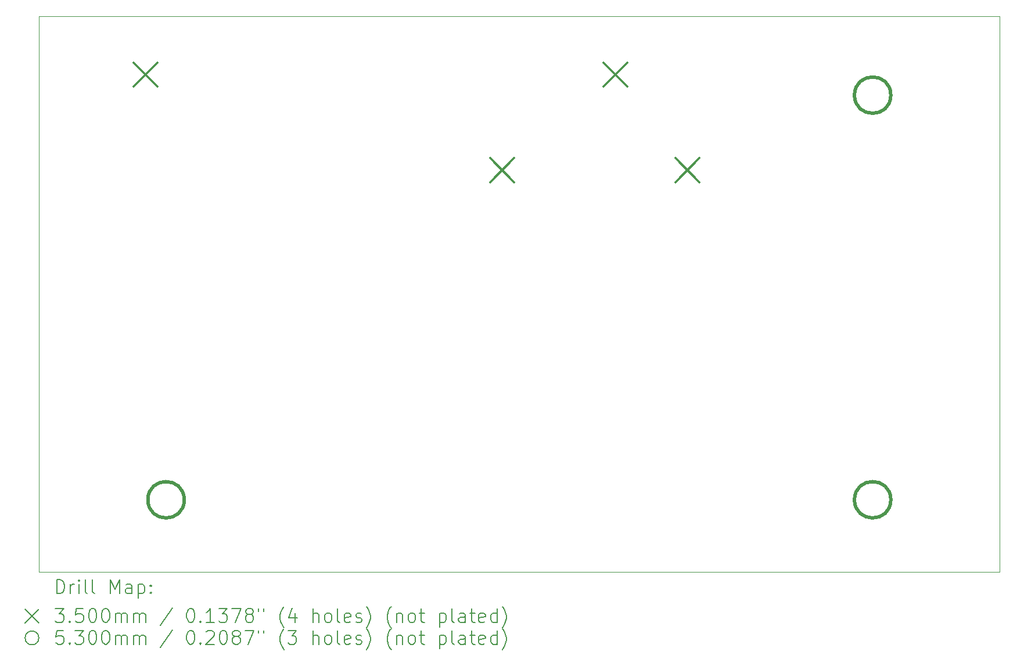
<source format=gbr>
%TF.GenerationSoftware,KiCad,Pcbnew,7.0.8-7.0.8~ubuntu22.04.1*%
%TF.CreationDate,2024-01-26T16:09:18+01:00*%
%TF.ProjectId,torso,746f7273-6f2e-46b6-9963-61645f706362,1.1*%
%TF.SameCoordinates,Original*%
%TF.FileFunction,Drillmap*%
%TF.FilePolarity,Positive*%
%FSLAX45Y45*%
G04 Gerber Fmt 4.5, Leading zero omitted, Abs format (unit mm)*
G04 Created by KiCad (PCBNEW 7.0.8-7.0.8~ubuntu22.04.1) date 2024-01-26 16:09:18*
%MOMM*%
%LPD*%
G01*
G04 APERTURE LIST*
%ADD10C,0.100000*%
%ADD11C,0.200000*%
%ADD12C,0.350000*%
%ADD13C,0.530000*%
G04 APERTURE END LIST*
D10*
X3000000Y-2000000D02*
X17000000Y-2000000D01*
X17000000Y-10100000D01*
X3000000Y-10100000D01*
X3000000Y-2000000D01*
D11*
D12*
X4375000Y-2675000D02*
X4725000Y-3025000D01*
X4725000Y-2675000D02*
X4375000Y-3025000D01*
X9575000Y-4068000D02*
X9925000Y-4418000D01*
X9925000Y-4068000D02*
X9575000Y-4418000D01*
X11225000Y-2675000D02*
X11575000Y-3025000D01*
X11575000Y-2675000D02*
X11225000Y-3025000D01*
X12275000Y-4068000D02*
X12625000Y-4418000D01*
X12625000Y-4068000D02*
X12275000Y-4418000D01*
D13*
X5115000Y-9050000D02*
G75*
G03*
X5115000Y-9050000I-265000J0D01*
G01*
X15415000Y-3150000D02*
G75*
G03*
X15415000Y-3150000I-265000J0D01*
G01*
X15415000Y-9050000D02*
G75*
G03*
X15415000Y-9050000I-265000J0D01*
G01*
D11*
X3255777Y-10416484D02*
X3255777Y-10216484D01*
X3255777Y-10216484D02*
X3303396Y-10216484D01*
X3303396Y-10216484D02*
X3331967Y-10226008D01*
X3331967Y-10226008D02*
X3351015Y-10245055D01*
X3351015Y-10245055D02*
X3360539Y-10264103D01*
X3360539Y-10264103D02*
X3370062Y-10302198D01*
X3370062Y-10302198D02*
X3370062Y-10330770D01*
X3370062Y-10330770D02*
X3360539Y-10368865D01*
X3360539Y-10368865D02*
X3351015Y-10387912D01*
X3351015Y-10387912D02*
X3331967Y-10406960D01*
X3331967Y-10406960D02*
X3303396Y-10416484D01*
X3303396Y-10416484D02*
X3255777Y-10416484D01*
X3455777Y-10416484D02*
X3455777Y-10283150D01*
X3455777Y-10321246D02*
X3465301Y-10302198D01*
X3465301Y-10302198D02*
X3474824Y-10292674D01*
X3474824Y-10292674D02*
X3493872Y-10283150D01*
X3493872Y-10283150D02*
X3512920Y-10283150D01*
X3579586Y-10416484D02*
X3579586Y-10283150D01*
X3579586Y-10216484D02*
X3570062Y-10226008D01*
X3570062Y-10226008D02*
X3579586Y-10235531D01*
X3579586Y-10235531D02*
X3589110Y-10226008D01*
X3589110Y-10226008D02*
X3579586Y-10216484D01*
X3579586Y-10216484D02*
X3579586Y-10235531D01*
X3703396Y-10416484D02*
X3684348Y-10406960D01*
X3684348Y-10406960D02*
X3674824Y-10387912D01*
X3674824Y-10387912D02*
X3674824Y-10216484D01*
X3808158Y-10416484D02*
X3789110Y-10406960D01*
X3789110Y-10406960D02*
X3779586Y-10387912D01*
X3779586Y-10387912D02*
X3779586Y-10216484D01*
X4036729Y-10416484D02*
X4036729Y-10216484D01*
X4036729Y-10216484D02*
X4103396Y-10359341D01*
X4103396Y-10359341D02*
X4170062Y-10216484D01*
X4170062Y-10216484D02*
X4170062Y-10416484D01*
X4351015Y-10416484D02*
X4351015Y-10311722D01*
X4351015Y-10311722D02*
X4341491Y-10292674D01*
X4341491Y-10292674D02*
X4322444Y-10283150D01*
X4322444Y-10283150D02*
X4284348Y-10283150D01*
X4284348Y-10283150D02*
X4265301Y-10292674D01*
X4351015Y-10406960D02*
X4331967Y-10416484D01*
X4331967Y-10416484D02*
X4284348Y-10416484D01*
X4284348Y-10416484D02*
X4265301Y-10406960D01*
X4265301Y-10406960D02*
X4255777Y-10387912D01*
X4255777Y-10387912D02*
X4255777Y-10368865D01*
X4255777Y-10368865D02*
X4265301Y-10349817D01*
X4265301Y-10349817D02*
X4284348Y-10340293D01*
X4284348Y-10340293D02*
X4331967Y-10340293D01*
X4331967Y-10340293D02*
X4351015Y-10330770D01*
X4446253Y-10283150D02*
X4446253Y-10483150D01*
X4446253Y-10292674D02*
X4465301Y-10283150D01*
X4465301Y-10283150D02*
X4503396Y-10283150D01*
X4503396Y-10283150D02*
X4522444Y-10292674D01*
X4522444Y-10292674D02*
X4531967Y-10302198D01*
X4531967Y-10302198D02*
X4541491Y-10321246D01*
X4541491Y-10321246D02*
X4541491Y-10378389D01*
X4541491Y-10378389D02*
X4531967Y-10397436D01*
X4531967Y-10397436D02*
X4522444Y-10406960D01*
X4522444Y-10406960D02*
X4503396Y-10416484D01*
X4503396Y-10416484D02*
X4465301Y-10416484D01*
X4465301Y-10416484D02*
X4446253Y-10406960D01*
X4627205Y-10397436D02*
X4636729Y-10406960D01*
X4636729Y-10406960D02*
X4627205Y-10416484D01*
X4627205Y-10416484D02*
X4617682Y-10406960D01*
X4617682Y-10406960D02*
X4627205Y-10397436D01*
X4627205Y-10397436D02*
X4627205Y-10416484D01*
X4627205Y-10292674D02*
X4636729Y-10302198D01*
X4636729Y-10302198D02*
X4627205Y-10311722D01*
X4627205Y-10311722D02*
X4617682Y-10302198D01*
X4617682Y-10302198D02*
X4627205Y-10292674D01*
X4627205Y-10292674D02*
X4627205Y-10311722D01*
X2795000Y-10645000D02*
X2995000Y-10845000D01*
X2995000Y-10645000D02*
X2795000Y-10845000D01*
X3236729Y-10636484D02*
X3360539Y-10636484D01*
X3360539Y-10636484D02*
X3293872Y-10712674D01*
X3293872Y-10712674D02*
X3322443Y-10712674D01*
X3322443Y-10712674D02*
X3341491Y-10722198D01*
X3341491Y-10722198D02*
X3351015Y-10731722D01*
X3351015Y-10731722D02*
X3360539Y-10750770D01*
X3360539Y-10750770D02*
X3360539Y-10798389D01*
X3360539Y-10798389D02*
X3351015Y-10817436D01*
X3351015Y-10817436D02*
X3341491Y-10826960D01*
X3341491Y-10826960D02*
X3322443Y-10836484D01*
X3322443Y-10836484D02*
X3265301Y-10836484D01*
X3265301Y-10836484D02*
X3246253Y-10826960D01*
X3246253Y-10826960D02*
X3236729Y-10817436D01*
X3446253Y-10817436D02*
X3455777Y-10826960D01*
X3455777Y-10826960D02*
X3446253Y-10836484D01*
X3446253Y-10836484D02*
X3436729Y-10826960D01*
X3436729Y-10826960D02*
X3446253Y-10817436D01*
X3446253Y-10817436D02*
X3446253Y-10836484D01*
X3636729Y-10636484D02*
X3541491Y-10636484D01*
X3541491Y-10636484D02*
X3531967Y-10731722D01*
X3531967Y-10731722D02*
X3541491Y-10722198D01*
X3541491Y-10722198D02*
X3560539Y-10712674D01*
X3560539Y-10712674D02*
X3608158Y-10712674D01*
X3608158Y-10712674D02*
X3627205Y-10722198D01*
X3627205Y-10722198D02*
X3636729Y-10731722D01*
X3636729Y-10731722D02*
X3646253Y-10750770D01*
X3646253Y-10750770D02*
X3646253Y-10798389D01*
X3646253Y-10798389D02*
X3636729Y-10817436D01*
X3636729Y-10817436D02*
X3627205Y-10826960D01*
X3627205Y-10826960D02*
X3608158Y-10836484D01*
X3608158Y-10836484D02*
X3560539Y-10836484D01*
X3560539Y-10836484D02*
X3541491Y-10826960D01*
X3541491Y-10826960D02*
X3531967Y-10817436D01*
X3770062Y-10636484D02*
X3789110Y-10636484D01*
X3789110Y-10636484D02*
X3808158Y-10646008D01*
X3808158Y-10646008D02*
X3817682Y-10655531D01*
X3817682Y-10655531D02*
X3827205Y-10674579D01*
X3827205Y-10674579D02*
X3836729Y-10712674D01*
X3836729Y-10712674D02*
X3836729Y-10760293D01*
X3836729Y-10760293D02*
X3827205Y-10798389D01*
X3827205Y-10798389D02*
X3817682Y-10817436D01*
X3817682Y-10817436D02*
X3808158Y-10826960D01*
X3808158Y-10826960D02*
X3789110Y-10836484D01*
X3789110Y-10836484D02*
X3770062Y-10836484D01*
X3770062Y-10836484D02*
X3751015Y-10826960D01*
X3751015Y-10826960D02*
X3741491Y-10817436D01*
X3741491Y-10817436D02*
X3731967Y-10798389D01*
X3731967Y-10798389D02*
X3722443Y-10760293D01*
X3722443Y-10760293D02*
X3722443Y-10712674D01*
X3722443Y-10712674D02*
X3731967Y-10674579D01*
X3731967Y-10674579D02*
X3741491Y-10655531D01*
X3741491Y-10655531D02*
X3751015Y-10646008D01*
X3751015Y-10646008D02*
X3770062Y-10636484D01*
X3960539Y-10636484D02*
X3979586Y-10636484D01*
X3979586Y-10636484D02*
X3998634Y-10646008D01*
X3998634Y-10646008D02*
X4008158Y-10655531D01*
X4008158Y-10655531D02*
X4017682Y-10674579D01*
X4017682Y-10674579D02*
X4027205Y-10712674D01*
X4027205Y-10712674D02*
X4027205Y-10760293D01*
X4027205Y-10760293D02*
X4017682Y-10798389D01*
X4017682Y-10798389D02*
X4008158Y-10817436D01*
X4008158Y-10817436D02*
X3998634Y-10826960D01*
X3998634Y-10826960D02*
X3979586Y-10836484D01*
X3979586Y-10836484D02*
X3960539Y-10836484D01*
X3960539Y-10836484D02*
X3941491Y-10826960D01*
X3941491Y-10826960D02*
X3931967Y-10817436D01*
X3931967Y-10817436D02*
X3922443Y-10798389D01*
X3922443Y-10798389D02*
X3912920Y-10760293D01*
X3912920Y-10760293D02*
X3912920Y-10712674D01*
X3912920Y-10712674D02*
X3922443Y-10674579D01*
X3922443Y-10674579D02*
X3931967Y-10655531D01*
X3931967Y-10655531D02*
X3941491Y-10646008D01*
X3941491Y-10646008D02*
X3960539Y-10636484D01*
X4112920Y-10836484D02*
X4112920Y-10703150D01*
X4112920Y-10722198D02*
X4122443Y-10712674D01*
X4122443Y-10712674D02*
X4141491Y-10703150D01*
X4141491Y-10703150D02*
X4170063Y-10703150D01*
X4170063Y-10703150D02*
X4189110Y-10712674D01*
X4189110Y-10712674D02*
X4198634Y-10731722D01*
X4198634Y-10731722D02*
X4198634Y-10836484D01*
X4198634Y-10731722D02*
X4208158Y-10712674D01*
X4208158Y-10712674D02*
X4227205Y-10703150D01*
X4227205Y-10703150D02*
X4255777Y-10703150D01*
X4255777Y-10703150D02*
X4274825Y-10712674D01*
X4274825Y-10712674D02*
X4284348Y-10731722D01*
X4284348Y-10731722D02*
X4284348Y-10836484D01*
X4379586Y-10836484D02*
X4379586Y-10703150D01*
X4379586Y-10722198D02*
X4389110Y-10712674D01*
X4389110Y-10712674D02*
X4408158Y-10703150D01*
X4408158Y-10703150D02*
X4436729Y-10703150D01*
X4436729Y-10703150D02*
X4455777Y-10712674D01*
X4455777Y-10712674D02*
X4465301Y-10731722D01*
X4465301Y-10731722D02*
X4465301Y-10836484D01*
X4465301Y-10731722D02*
X4474825Y-10712674D01*
X4474825Y-10712674D02*
X4493872Y-10703150D01*
X4493872Y-10703150D02*
X4522444Y-10703150D01*
X4522444Y-10703150D02*
X4541491Y-10712674D01*
X4541491Y-10712674D02*
X4551015Y-10731722D01*
X4551015Y-10731722D02*
X4551015Y-10836484D01*
X4941491Y-10626960D02*
X4770063Y-10884103D01*
X5198634Y-10636484D02*
X5217682Y-10636484D01*
X5217682Y-10636484D02*
X5236729Y-10646008D01*
X5236729Y-10646008D02*
X5246253Y-10655531D01*
X5246253Y-10655531D02*
X5255777Y-10674579D01*
X5255777Y-10674579D02*
X5265301Y-10712674D01*
X5265301Y-10712674D02*
X5265301Y-10760293D01*
X5265301Y-10760293D02*
X5255777Y-10798389D01*
X5255777Y-10798389D02*
X5246253Y-10817436D01*
X5246253Y-10817436D02*
X5236729Y-10826960D01*
X5236729Y-10826960D02*
X5217682Y-10836484D01*
X5217682Y-10836484D02*
X5198634Y-10836484D01*
X5198634Y-10836484D02*
X5179587Y-10826960D01*
X5179587Y-10826960D02*
X5170063Y-10817436D01*
X5170063Y-10817436D02*
X5160539Y-10798389D01*
X5160539Y-10798389D02*
X5151015Y-10760293D01*
X5151015Y-10760293D02*
X5151015Y-10712674D01*
X5151015Y-10712674D02*
X5160539Y-10674579D01*
X5160539Y-10674579D02*
X5170063Y-10655531D01*
X5170063Y-10655531D02*
X5179587Y-10646008D01*
X5179587Y-10646008D02*
X5198634Y-10636484D01*
X5351015Y-10817436D02*
X5360539Y-10826960D01*
X5360539Y-10826960D02*
X5351015Y-10836484D01*
X5351015Y-10836484D02*
X5341491Y-10826960D01*
X5341491Y-10826960D02*
X5351015Y-10817436D01*
X5351015Y-10817436D02*
X5351015Y-10836484D01*
X5551015Y-10836484D02*
X5436729Y-10836484D01*
X5493872Y-10836484D02*
X5493872Y-10636484D01*
X5493872Y-10636484D02*
X5474825Y-10665055D01*
X5474825Y-10665055D02*
X5455777Y-10684103D01*
X5455777Y-10684103D02*
X5436729Y-10693627D01*
X5617682Y-10636484D02*
X5741491Y-10636484D01*
X5741491Y-10636484D02*
X5674825Y-10712674D01*
X5674825Y-10712674D02*
X5703396Y-10712674D01*
X5703396Y-10712674D02*
X5722444Y-10722198D01*
X5722444Y-10722198D02*
X5731967Y-10731722D01*
X5731967Y-10731722D02*
X5741491Y-10750770D01*
X5741491Y-10750770D02*
X5741491Y-10798389D01*
X5741491Y-10798389D02*
X5731967Y-10817436D01*
X5731967Y-10817436D02*
X5722444Y-10826960D01*
X5722444Y-10826960D02*
X5703396Y-10836484D01*
X5703396Y-10836484D02*
X5646253Y-10836484D01*
X5646253Y-10836484D02*
X5627206Y-10826960D01*
X5627206Y-10826960D02*
X5617682Y-10817436D01*
X5808158Y-10636484D02*
X5941491Y-10636484D01*
X5941491Y-10636484D02*
X5855777Y-10836484D01*
X6046253Y-10722198D02*
X6027206Y-10712674D01*
X6027206Y-10712674D02*
X6017682Y-10703150D01*
X6017682Y-10703150D02*
X6008158Y-10684103D01*
X6008158Y-10684103D02*
X6008158Y-10674579D01*
X6008158Y-10674579D02*
X6017682Y-10655531D01*
X6017682Y-10655531D02*
X6027206Y-10646008D01*
X6027206Y-10646008D02*
X6046253Y-10636484D01*
X6046253Y-10636484D02*
X6084348Y-10636484D01*
X6084348Y-10636484D02*
X6103396Y-10646008D01*
X6103396Y-10646008D02*
X6112920Y-10655531D01*
X6112920Y-10655531D02*
X6122444Y-10674579D01*
X6122444Y-10674579D02*
X6122444Y-10684103D01*
X6122444Y-10684103D02*
X6112920Y-10703150D01*
X6112920Y-10703150D02*
X6103396Y-10712674D01*
X6103396Y-10712674D02*
X6084348Y-10722198D01*
X6084348Y-10722198D02*
X6046253Y-10722198D01*
X6046253Y-10722198D02*
X6027206Y-10731722D01*
X6027206Y-10731722D02*
X6017682Y-10741246D01*
X6017682Y-10741246D02*
X6008158Y-10760293D01*
X6008158Y-10760293D02*
X6008158Y-10798389D01*
X6008158Y-10798389D02*
X6017682Y-10817436D01*
X6017682Y-10817436D02*
X6027206Y-10826960D01*
X6027206Y-10826960D02*
X6046253Y-10836484D01*
X6046253Y-10836484D02*
X6084348Y-10836484D01*
X6084348Y-10836484D02*
X6103396Y-10826960D01*
X6103396Y-10826960D02*
X6112920Y-10817436D01*
X6112920Y-10817436D02*
X6122444Y-10798389D01*
X6122444Y-10798389D02*
X6122444Y-10760293D01*
X6122444Y-10760293D02*
X6112920Y-10741246D01*
X6112920Y-10741246D02*
X6103396Y-10731722D01*
X6103396Y-10731722D02*
X6084348Y-10722198D01*
X6198634Y-10636484D02*
X6198634Y-10674579D01*
X6274825Y-10636484D02*
X6274825Y-10674579D01*
X6570063Y-10912674D02*
X6560539Y-10903150D01*
X6560539Y-10903150D02*
X6541491Y-10874579D01*
X6541491Y-10874579D02*
X6531968Y-10855531D01*
X6531968Y-10855531D02*
X6522444Y-10826960D01*
X6522444Y-10826960D02*
X6512920Y-10779341D01*
X6512920Y-10779341D02*
X6512920Y-10741246D01*
X6512920Y-10741246D02*
X6522444Y-10693627D01*
X6522444Y-10693627D02*
X6531968Y-10665055D01*
X6531968Y-10665055D02*
X6541491Y-10646008D01*
X6541491Y-10646008D02*
X6560539Y-10617436D01*
X6560539Y-10617436D02*
X6570063Y-10607912D01*
X6731968Y-10703150D02*
X6731968Y-10836484D01*
X6684348Y-10626960D02*
X6636729Y-10769817D01*
X6636729Y-10769817D02*
X6760539Y-10769817D01*
X6989110Y-10836484D02*
X6989110Y-10636484D01*
X7074825Y-10836484D02*
X7074825Y-10731722D01*
X7074825Y-10731722D02*
X7065301Y-10712674D01*
X7065301Y-10712674D02*
X7046253Y-10703150D01*
X7046253Y-10703150D02*
X7017682Y-10703150D01*
X7017682Y-10703150D02*
X6998634Y-10712674D01*
X6998634Y-10712674D02*
X6989110Y-10722198D01*
X7198634Y-10836484D02*
X7179587Y-10826960D01*
X7179587Y-10826960D02*
X7170063Y-10817436D01*
X7170063Y-10817436D02*
X7160539Y-10798389D01*
X7160539Y-10798389D02*
X7160539Y-10741246D01*
X7160539Y-10741246D02*
X7170063Y-10722198D01*
X7170063Y-10722198D02*
X7179587Y-10712674D01*
X7179587Y-10712674D02*
X7198634Y-10703150D01*
X7198634Y-10703150D02*
X7227206Y-10703150D01*
X7227206Y-10703150D02*
X7246253Y-10712674D01*
X7246253Y-10712674D02*
X7255777Y-10722198D01*
X7255777Y-10722198D02*
X7265301Y-10741246D01*
X7265301Y-10741246D02*
X7265301Y-10798389D01*
X7265301Y-10798389D02*
X7255777Y-10817436D01*
X7255777Y-10817436D02*
X7246253Y-10826960D01*
X7246253Y-10826960D02*
X7227206Y-10836484D01*
X7227206Y-10836484D02*
X7198634Y-10836484D01*
X7379587Y-10836484D02*
X7360539Y-10826960D01*
X7360539Y-10826960D02*
X7351015Y-10807912D01*
X7351015Y-10807912D02*
X7351015Y-10636484D01*
X7531968Y-10826960D02*
X7512920Y-10836484D01*
X7512920Y-10836484D02*
X7474825Y-10836484D01*
X7474825Y-10836484D02*
X7455777Y-10826960D01*
X7455777Y-10826960D02*
X7446253Y-10807912D01*
X7446253Y-10807912D02*
X7446253Y-10731722D01*
X7446253Y-10731722D02*
X7455777Y-10712674D01*
X7455777Y-10712674D02*
X7474825Y-10703150D01*
X7474825Y-10703150D02*
X7512920Y-10703150D01*
X7512920Y-10703150D02*
X7531968Y-10712674D01*
X7531968Y-10712674D02*
X7541491Y-10731722D01*
X7541491Y-10731722D02*
X7541491Y-10750770D01*
X7541491Y-10750770D02*
X7446253Y-10769817D01*
X7617682Y-10826960D02*
X7636730Y-10836484D01*
X7636730Y-10836484D02*
X7674825Y-10836484D01*
X7674825Y-10836484D02*
X7693872Y-10826960D01*
X7693872Y-10826960D02*
X7703396Y-10807912D01*
X7703396Y-10807912D02*
X7703396Y-10798389D01*
X7703396Y-10798389D02*
X7693872Y-10779341D01*
X7693872Y-10779341D02*
X7674825Y-10769817D01*
X7674825Y-10769817D02*
X7646253Y-10769817D01*
X7646253Y-10769817D02*
X7627206Y-10760293D01*
X7627206Y-10760293D02*
X7617682Y-10741246D01*
X7617682Y-10741246D02*
X7617682Y-10731722D01*
X7617682Y-10731722D02*
X7627206Y-10712674D01*
X7627206Y-10712674D02*
X7646253Y-10703150D01*
X7646253Y-10703150D02*
X7674825Y-10703150D01*
X7674825Y-10703150D02*
X7693872Y-10712674D01*
X7770063Y-10912674D02*
X7779587Y-10903150D01*
X7779587Y-10903150D02*
X7798634Y-10874579D01*
X7798634Y-10874579D02*
X7808158Y-10855531D01*
X7808158Y-10855531D02*
X7817682Y-10826960D01*
X7817682Y-10826960D02*
X7827206Y-10779341D01*
X7827206Y-10779341D02*
X7827206Y-10741246D01*
X7827206Y-10741246D02*
X7817682Y-10693627D01*
X7817682Y-10693627D02*
X7808158Y-10665055D01*
X7808158Y-10665055D02*
X7798634Y-10646008D01*
X7798634Y-10646008D02*
X7779587Y-10617436D01*
X7779587Y-10617436D02*
X7770063Y-10607912D01*
X8131968Y-10912674D02*
X8122444Y-10903150D01*
X8122444Y-10903150D02*
X8103396Y-10874579D01*
X8103396Y-10874579D02*
X8093872Y-10855531D01*
X8093872Y-10855531D02*
X8084349Y-10826960D01*
X8084349Y-10826960D02*
X8074825Y-10779341D01*
X8074825Y-10779341D02*
X8074825Y-10741246D01*
X8074825Y-10741246D02*
X8084349Y-10693627D01*
X8084349Y-10693627D02*
X8093872Y-10665055D01*
X8093872Y-10665055D02*
X8103396Y-10646008D01*
X8103396Y-10646008D02*
X8122444Y-10617436D01*
X8122444Y-10617436D02*
X8131968Y-10607912D01*
X8208158Y-10703150D02*
X8208158Y-10836484D01*
X8208158Y-10722198D02*
X8217682Y-10712674D01*
X8217682Y-10712674D02*
X8236730Y-10703150D01*
X8236730Y-10703150D02*
X8265301Y-10703150D01*
X8265301Y-10703150D02*
X8284349Y-10712674D01*
X8284349Y-10712674D02*
X8293872Y-10731722D01*
X8293872Y-10731722D02*
X8293872Y-10836484D01*
X8417682Y-10836484D02*
X8398634Y-10826960D01*
X8398634Y-10826960D02*
X8389111Y-10817436D01*
X8389111Y-10817436D02*
X8379587Y-10798389D01*
X8379587Y-10798389D02*
X8379587Y-10741246D01*
X8379587Y-10741246D02*
X8389111Y-10722198D01*
X8389111Y-10722198D02*
X8398634Y-10712674D01*
X8398634Y-10712674D02*
X8417682Y-10703150D01*
X8417682Y-10703150D02*
X8446254Y-10703150D01*
X8446254Y-10703150D02*
X8465301Y-10712674D01*
X8465301Y-10712674D02*
X8474825Y-10722198D01*
X8474825Y-10722198D02*
X8484349Y-10741246D01*
X8484349Y-10741246D02*
X8484349Y-10798389D01*
X8484349Y-10798389D02*
X8474825Y-10817436D01*
X8474825Y-10817436D02*
X8465301Y-10826960D01*
X8465301Y-10826960D02*
X8446254Y-10836484D01*
X8446254Y-10836484D02*
X8417682Y-10836484D01*
X8541492Y-10703150D02*
X8617682Y-10703150D01*
X8570063Y-10636484D02*
X8570063Y-10807912D01*
X8570063Y-10807912D02*
X8579587Y-10826960D01*
X8579587Y-10826960D02*
X8598634Y-10836484D01*
X8598634Y-10836484D02*
X8617682Y-10836484D01*
X8836730Y-10703150D02*
X8836730Y-10903150D01*
X8836730Y-10712674D02*
X8855777Y-10703150D01*
X8855777Y-10703150D02*
X8893873Y-10703150D01*
X8893873Y-10703150D02*
X8912920Y-10712674D01*
X8912920Y-10712674D02*
X8922444Y-10722198D01*
X8922444Y-10722198D02*
X8931968Y-10741246D01*
X8931968Y-10741246D02*
X8931968Y-10798389D01*
X8931968Y-10798389D02*
X8922444Y-10817436D01*
X8922444Y-10817436D02*
X8912920Y-10826960D01*
X8912920Y-10826960D02*
X8893873Y-10836484D01*
X8893873Y-10836484D02*
X8855777Y-10836484D01*
X8855777Y-10836484D02*
X8836730Y-10826960D01*
X9046254Y-10836484D02*
X9027206Y-10826960D01*
X9027206Y-10826960D02*
X9017682Y-10807912D01*
X9017682Y-10807912D02*
X9017682Y-10636484D01*
X9208158Y-10836484D02*
X9208158Y-10731722D01*
X9208158Y-10731722D02*
X9198635Y-10712674D01*
X9198635Y-10712674D02*
X9179587Y-10703150D01*
X9179587Y-10703150D02*
X9141492Y-10703150D01*
X9141492Y-10703150D02*
X9122444Y-10712674D01*
X9208158Y-10826960D02*
X9189111Y-10836484D01*
X9189111Y-10836484D02*
X9141492Y-10836484D01*
X9141492Y-10836484D02*
X9122444Y-10826960D01*
X9122444Y-10826960D02*
X9112920Y-10807912D01*
X9112920Y-10807912D02*
X9112920Y-10788865D01*
X9112920Y-10788865D02*
X9122444Y-10769817D01*
X9122444Y-10769817D02*
X9141492Y-10760293D01*
X9141492Y-10760293D02*
X9189111Y-10760293D01*
X9189111Y-10760293D02*
X9208158Y-10750770D01*
X9274825Y-10703150D02*
X9351015Y-10703150D01*
X9303396Y-10636484D02*
X9303396Y-10807912D01*
X9303396Y-10807912D02*
X9312920Y-10826960D01*
X9312920Y-10826960D02*
X9331968Y-10836484D01*
X9331968Y-10836484D02*
X9351015Y-10836484D01*
X9493873Y-10826960D02*
X9474825Y-10836484D01*
X9474825Y-10836484D02*
X9436730Y-10836484D01*
X9436730Y-10836484D02*
X9417682Y-10826960D01*
X9417682Y-10826960D02*
X9408158Y-10807912D01*
X9408158Y-10807912D02*
X9408158Y-10731722D01*
X9408158Y-10731722D02*
X9417682Y-10712674D01*
X9417682Y-10712674D02*
X9436730Y-10703150D01*
X9436730Y-10703150D02*
X9474825Y-10703150D01*
X9474825Y-10703150D02*
X9493873Y-10712674D01*
X9493873Y-10712674D02*
X9503396Y-10731722D01*
X9503396Y-10731722D02*
X9503396Y-10750770D01*
X9503396Y-10750770D02*
X9408158Y-10769817D01*
X9674825Y-10836484D02*
X9674825Y-10636484D01*
X9674825Y-10826960D02*
X9655777Y-10836484D01*
X9655777Y-10836484D02*
X9617682Y-10836484D01*
X9617682Y-10836484D02*
X9598635Y-10826960D01*
X9598635Y-10826960D02*
X9589111Y-10817436D01*
X9589111Y-10817436D02*
X9579587Y-10798389D01*
X9579587Y-10798389D02*
X9579587Y-10741246D01*
X9579587Y-10741246D02*
X9589111Y-10722198D01*
X9589111Y-10722198D02*
X9598635Y-10712674D01*
X9598635Y-10712674D02*
X9617682Y-10703150D01*
X9617682Y-10703150D02*
X9655777Y-10703150D01*
X9655777Y-10703150D02*
X9674825Y-10712674D01*
X9751016Y-10912674D02*
X9760539Y-10903150D01*
X9760539Y-10903150D02*
X9779587Y-10874579D01*
X9779587Y-10874579D02*
X9789111Y-10855531D01*
X9789111Y-10855531D02*
X9798635Y-10826960D01*
X9798635Y-10826960D02*
X9808158Y-10779341D01*
X9808158Y-10779341D02*
X9808158Y-10741246D01*
X9808158Y-10741246D02*
X9798635Y-10693627D01*
X9798635Y-10693627D02*
X9789111Y-10665055D01*
X9789111Y-10665055D02*
X9779587Y-10646008D01*
X9779587Y-10646008D02*
X9760539Y-10617436D01*
X9760539Y-10617436D02*
X9751016Y-10607912D01*
X2995000Y-11065000D02*
G75*
G03*
X2995000Y-11065000I-100000J0D01*
G01*
X3351015Y-10956484D02*
X3255777Y-10956484D01*
X3255777Y-10956484D02*
X3246253Y-11051722D01*
X3246253Y-11051722D02*
X3255777Y-11042198D01*
X3255777Y-11042198D02*
X3274824Y-11032674D01*
X3274824Y-11032674D02*
X3322443Y-11032674D01*
X3322443Y-11032674D02*
X3341491Y-11042198D01*
X3341491Y-11042198D02*
X3351015Y-11051722D01*
X3351015Y-11051722D02*
X3360539Y-11070770D01*
X3360539Y-11070770D02*
X3360539Y-11118389D01*
X3360539Y-11118389D02*
X3351015Y-11137436D01*
X3351015Y-11137436D02*
X3341491Y-11146960D01*
X3341491Y-11146960D02*
X3322443Y-11156484D01*
X3322443Y-11156484D02*
X3274824Y-11156484D01*
X3274824Y-11156484D02*
X3255777Y-11146960D01*
X3255777Y-11146960D02*
X3246253Y-11137436D01*
X3446253Y-11137436D02*
X3455777Y-11146960D01*
X3455777Y-11146960D02*
X3446253Y-11156484D01*
X3446253Y-11156484D02*
X3436729Y-11146960D01*
X3436729Y-11146960D02*
X3446253Y-11137436D01*
X3446253Y-11137436D02*
X3446253Y-11156484D01*
X3522443Y-10956484D02*
X3646253Y-10956484D01*
X3646253Y-10956484D02*
X3579586Y-11032674D01*
X3579586Y-11032674D02*
X3608158Y-11032674D01*
X3608158Y-11032674D02*
X3627205Y-11042198D01*
X3627205Y-11042198D02*
X3636729Y-11051722D01*
X3636729Y-11051722D02*
X3646253Y-11070770D01*
X3646253Y-11070770D02*
X3646253Y-11118389D01*
X3646253Y-11118389D02*
X3636729Y-11137436D01*
X3636729Y-11137436D02*
X3627205Y-11146960D01*
X3627205Y-11146960D02*
X3608158Y-11156484D01*
X3608158Y-11156484D02*
X3551015Y-11156484D01*
X3551015Y-11156484D02*
X3531967Y-11146960D01*
X3531967Y-11146960D02*
X3522443Y-11137436D01*
X3770062Y-10956484D02*
X3789110Y-10956484D01*
X3789110Y-10956484D02*
X3808158Y-10966008D01*
X3808158Y-10966008D02*
X3817682Y-10975531D01*
X3817682Y-10975531D02*
X3827205Y-10994579D01*
X3827205Y-10994579D02*
X3836729Y-11032674D01*
X3836729Y-11032674D02*
X3836729Y-11080293D01*
X3836729Y-11080293D02*
X3827205Y-11118389D01*
X3827205Y-11118389D02*
X3817682Y-11137436D01*
X3817682Y-11137436D02*
X3808158Y-11146960D01*
X3808158Y-11146960D02*
X3789110Y-11156484D01*
X3789110Y-11156484D02*
X3770062Y-11156484D01*
X3770062Y-11156484D02*
X3751015Y-11146960D01*
X3751015Y-11146960D02*
X3741491Y-11137436D01*
X3741491Y-11137436D02*
X3731967Y-11118389D01*
X3731967Y-11118389D02*
X3722443Y-11080293D01*
X3722443Y-11080293D02*
X3722443Y-11032674D01*
X3722443Y-11032674D02*
X3731967Y-10994579D01*
X3731967Y-10994579D02*
X3741491Y-10975531D01*
X3741491Y-10975531D02*
X3751015Y-10966008D01*
X3751015Y-10966008D02*
X3770062Y-10956484D01*
X3960539Y-10956484D02*
X3979586Y-10956484D01*
X3979586Y-10956484D02*
X3998634Y-10966008D01*
X3998634Y-10966008D02*
X4008158Y-10975531D01*
X4008158Y-10975531D02*
X4017682Y-10994579D01*
X4017682Y-10994579D02*
X4027205Y-11032674D01*
X4027205Y-11032674D02*
X4027205Y-11080293D01*
X4027205Y-11080293D02*
X4017682Y-11118389D01*
X4017682Y-11118389D02*
X4008158Y-11137436D01*
X4008158Y-11137436D02*
X3998634Y-11146960D01*
X3998634Y-11146960D02*
X3979586Y-11156484D01*
X3979586Y-11156484D02*
X3960539Y-11156484D01*
X3960539Y-11156484D02*
X3941491Y-11146960D01*
X3941491Y-11146960D02*
X3931967Y-11137436D01*
X3931967Y-11137436D02*
X3922443Y-11118389D01*
X3922443Y-11118389D02*
X3912920Y-11080293D01*
X3912920Y-11080293D02*
X3912920Y-11032674D01*
X3912920Y-11032674D02*
X3922443Y-10994579D01*
X3922443Y-10994579D02*
X3931967Y-10975531D01*
X3931967Y-10975531D02*
X3941491Y-10966008D01*
X3941491Y-10966008D02*
X3960539Y-10956484D01*
X4112920Y-11156484D02*
X4112920Y-11023150D01*
X4112920Y-11042198D02*
X4122443Y-11032674D01*
X4122443Y-11032674D02*
X4141491Y-11023150D01*
X4141491Y-11023150D02*
X4170063Y-11023150D01*
X4170063Y-11023150D02*
X4189110Y-11032674D01*
X4189110Y-11032674D02*
X4198634Y-11051722D01*
X4198634Y-11051722D02*
X4198634Y-11156484D01*
X4198634Y-11051722D02*
X4208158Y-11032674D01*
X4208158Y-11032674D02*
X4227205Y-11023150D01*
X4227205Y-11023150D02*
X4255777Y-11023150D01*
X4255777Y-11023150D02*
X4274825Y-11032674D01*
X4274825Y-11032674D02*
X4284348Y-11051722D01*
X4284348Y-11051722D02*
X4284348Y-11156484D01*
X4379586Y-11156484D02*
X4379586Y-11023150D01*
X4379586Y-11042198D02*
X4389110Y-11032674D01*
X4389110Y-11032674D02*
X4408158Y-11023150D01*
X4408158Y-11023150D02*
X4436729Y-11023150D01*
X4436729Y-11023150D02*
X4455777Y-11032674D01*
X4455777Y-11032674D02*
X4465301Y-11051722D01*
X4465301Y-11051722D02*
X4465301Y-11156484D01*
X4465301Y-11051722D02*
X4474825Y-11032674D01*
X4474825Y-11032674D02*
X4493872Y-11023150D01*
X4493872Y-11023150D02*
X4522444Y-11023150D01*
X4522444Y-11023150D02*
X4541491Y-11032674D01*
X4541491Y-11032674D02*
X4551015Y-11051722D01*
X4551015Y-11051722D02*
X4551015Y-11156484D01*
X4941491Y-10946960D02*
X4770063Y-11204103D01*
X5198634Y-10956484D02*
X5217682Y-10956484D01*
X5217682Y-10956484D02*
X5236729Y-10966008D01*
X5236729Y-10966008D02*
X5246253Y-10975531D01*
X5246253Y-10975531D02*
X5255777Y-10994579D01*
X5255777Y-10994579D02*
X5265301Y-11032674D01*
X5265301Y-11032674D02*
X5265301Y-11080293D01*
X5265301Y-11080293D02*
X5255777Y-11118389D01*
X5255777Y-11118389D02*
X5246253Y-11137436D01*
X5246253Y-11137436D02*
X5236729Y-11146960D01*
X5236729Y-11146960D02*
X5217682Y-11156484D01*
X5217682Y-11156484D02*
X5198634Y-11156484D01*
X5198634Y-11156484D02*
X5179587Y-11146960D01*
X5179587Y-11146960D02*
X5170063Y-11137436D01*
X5170063Y-11137436D02*
X5160539Y-11118389D01*
X5160539Y-11118389D02*
X5151015Y-11080293D01*
X5151015Y-11080293D02*
X5151015Y-11032674D01*
X5151015Y-11032674D02*
X5160539Y-10994579D01*
X5160539Y-10994579D02*
X5170063Y-10975531D01*
X5170063Y-10975531D02*
X5179587Y-10966008D01*
X5179587Y-10966008D02*
X5198634Y-10956484D01*
X5351015Y-11137436D02*
X5360539Y-11146960D01*
X5360539Y-11146960D02*
X5351015Y-11156484D01*
X5351015Y-11156484D02*
X5341491Y-11146960D01*
X5341491Y-11146960D02*
X5351015Y-11137436D01*
X5351015Y-11137436D02*
X5351015Y-11156484D01*
X5436729Y-10975531D02*
X5446253Y-10966008D01*
X5446253Y-10966008D02*
X5465301Y-10956484D01*
X5465301Y-10956484D02*
X5512920Y-10956484D01*
X5512920Y-10956484D02*
X5531968Y-10966008D01*
X5531968Y-10966008D02*
X5541491Y-10975531D01*
X5541491Y-10975531D02*
X5551015Y-10994579D01*
X5551015Y-10994579D02*
X5551015Y-11013627D01*
X5551015Y-11013627D02*
X5541491Y-11042198D01*
X5541491Y-11042198D02*
X5427206Y-11156484D01*
X5427206Y-11156484D02*
X5551015Y-11156484D01*
X5674825Y-10956484D02*
X5693872Y-10956484D01*
X5693872Y-10956484D02*
X5712920Y-10966008D01*
X5712920Y-10966008D02*
X5722444Y-10975531D01*
X5722444Y-10975531D02*
X5731967Y-10994579D01*
X5731967Y-10994579D02*
X5741491Y-11032674D01*
X5741491Y-11032674D02*
X5741491Y-11080293D01*
X5741491Y-11080293D02*
X5731967Y-11118389D01*
X5731967Y-11118389D02*
X5722444Y-11137436D01*
X5722444Y-11137436D02*
X5712920Y-11146960D01*
X5712920Y-11146960D02*
X5693872Y-11156484D01*
X5693872Y-11156484D02*
X5674825Y-11156484D01*
X5674825Y-11156484D02*
X5655777Y-11146960D01*
X5655777Y-11146960D02*
X5646253Y-11137436D01*
X5646253Y-11137436D02*
X5636729Y-11118389D01*
X5636729Y-11118389D02*
X5627206Y-11080293D01*
X5627206Y-11080293D02*
X5627206Y-11032674D01*
X5627206Y-11032674D02*
X5636729Y-10994579D01*
X5636729Y-10994579D02*
X5646253Y-10975531D01*
X5646253Y-10975531D02*
X5655777Y-10966008D01*
X5655777Y-10966008D02*
X5674825Y-10956484D01*
X5855777Y-11042198D02*
X5836729Y-11032674D01*
X5836729Y-11032674D02*
X5827206Y-11023150D01*
X5827206Y-11023150D02*
X5817682Y-11004103D01*
X5817682Y-11004103D02*
X5817682Y-10994579D01*
X5817682Y-10994579D02*
X5827206Y-10975531D01*
X5827206Y-10975531D02*
X5836729Y-10966008D01*
X5836729Y-10966008D02*
X5855777Y-10956484D01*
X5855777Y-10956484D02*
X5893872Y-10956484D01*
X5893872Y-10956484D02*
X5912920Y-10966008D01*
X5912920Y-10966008D02*
X5922444Y-10975531D01*
X5922444Y-10975531D02*
X5931967Y-10994579D01*
X5931967Y-10994579D02*
X5931967Y-11004103D01*
X5931967Y-11004103D02*
X5922444Y-11023150D01*
X5922444Y-11023150D02*
X5912920Y-11032674D01*
X5912920Y-11032674D02*
X5893872Y-11042198D01*
X5893872Y-11042198D02*
X5855777Y-11042198D01*
X5855777Y-11042198D02*
X5836729Y-11051722D01*
X5836729Y-11051722D02*
X5827206Y-11061246D01*
X5827206Y-11061246D02*
X5817682Y-11080293D01*
X5817682Y-11080293D02*
X5817682Y-11118389D01*
X5817682Y-11118389D02*
X5827206Y-11137436D01*
X5827206Y-11137436D02*
X5836729Y-11146960D01*
X5836729Y-11146960D02*
X5855777Y-11156484D01*
X5855777Y-11156484D02*
X5893872Y-11156484D01*
X5893872Y-11156484D02*
X5912920Y-11146960D01*
X5912920Y-11146960D02*
X5922444Y-11137436D01*
X5922444Y-11137436D02*
X5931967Y-11118389D01*
X5931967Y-11118389D02*
X5931967Y-11080293D01*
X5931967Y-11080293D02*
X5922444Y-11061246D01*
X5922444Y-11061246D02*
X5912920Y-11051722D01*
X5912920Y-11051722D02*
X5893872Y-11042198D01*
X5998634Y-10956484D02*
X6131967Y-10956484D01*
X6131967Y-10956484D02*
X6046253Y-11156484D01*
X6198634Y-10956484D02*
X6198634Y-10994579D01*
X6274825Y-10956484D02*
X6274825Y-10994579D01*
X6570063Y-11232674D02*
X6560539Y-11223150D01*
X6560539Y-11223150D02*
X6541491Y-11194579D01*
X6541491Y-11194579D02*
X6531968Y-11175531D01*
X6531968Y-11175531D02*
X6522444Y-11146960D01*
X6522444Y-11146960D02*
X6512920Y-11099341D01*
X6512920Y-11099341D02*
X6512920Y-11061246D01*
X6512920Y-11061246D02*
X6522444Y-11013627D01*
X6522444Y-11013627D02*
X6531968Y-10985055D01*
X6531968Y-10985055D02*
X6541491Y-10966008D01*
X6541491Y-10966008D02*
X6560539Y-10937436D01*
X6560539Y-10937436D02*
X6570063Y-10927912D01*
X6627206Y-10956484D02*
X6751015Y-10956484D01*
X6751015Y-10956484D02*
X6684348Y-11032674D01*
X6684348Y-11032674D02*
X6712920Y-11032674D01*
X6712920Y-11032674D02*
X6731968Y-11042198D01*
X6731968Y-11042198D02*
X6741491Y-11051722D01*
X6741491Y-11051722D02*
X6751015Y-11070770D01*
X6751015Y-11070770D02*
X6751015Y-11118389D01*
X6751015Y-11118389D02*
X6741491Y-11137436D01*
X6741491Y-11137436D02*
X6731968Y-11146960D01*
X6731968Y-11146960D02*
X6712920Y-11156484D01*
X6712920Y-11156484D02*
X6655777Y-11156484D01*
X6655777Y-11156484D02*
X6636729Y-11146960D01*
X6636729Y-11146960D02*
X6627206Y-11137436D01*
X6989110Y-11156484D02*
X6989110Y-10956484D01*
X7074825Y-11156484D02*
X7074825Y-11051722D01*
X7074825Y-11051722D02*
X7065301Y-11032674D01*
X7065301Y-11032674D02*
X7046253Y-11023150D01*
X7046253Y-11023150D02*
X7017682Y-11023150D01*
X7017682Y-11023150D02*
X6998634Y-11032674D01*
X6998634Y-11032674D02*
X6989110Y-11042198D01*
X7198634Y-11156484D02*
X7179587Y-11146960D01*
X7179587Y-11146960D02*
X7170063Y-11137436D01*
X7170063Y-11137436D02*
X7160539Y-11118389D01*
X7160539Y-11118389D02*
X7160539Y-11061246D01*
X7160539Y-11061246D02*
X7170063Y-11042198D01*
X7170063Y-11042198D02*
X7179587Y-11032674D01*
X7179587Y-11032674D02*
X7198634Y-11023150D01*
X7198634Y-11023150D02*
X7227206Y-11023150D01*
X7227206Y-11023150D02*
X7246253Y-11032674D01*
X7246253Y-11032674D02*
X7255777Y-11042198D01*
X7255777Y-11042198D02*
X7265301Y-11061246D01*
X7265301Y-11061246D02*
X7265301Y-11118389D01*
X7265301Y-11118389D02*
X7255777Y-11137436D01*
X7255777Y-11137436D02*
X7246253Y-11146960D01*
X7246253Y-11146960D02*
X7227206Y-11156484D01*
X7227206Y-11156484D02*
X7198634Y-11156484D01*
X7379587Y-11156484D02*
X7360539Y-11146960D01*
X7360539Y-11146960D02*
X7351015Y-11127912D01*
X7351015Y-11127912D02*
X7351015Y-10956484D01*
X7531968Y-11146960D02*
X7512920Y-11156484D01*
X7512920Y-11156484D02*
X7474825Y-11156484D01*
X7474825Y-11156484D02*
X7455777Y-11146960D01*
X7455777Y-11146960D02*
X7446253Y-11127912D01*
X7446253Y-11127912D02*
X7446253Y-11051722D01*
X7446253Y-11051722D02*
X7455777Y-11032674D01*
X7455777Y-11032674D02*
X7474825Y-11023150D01*
X7474825Y-11023150D02*
X7512920Y-11023150D01*
X7512920Y-11023150D02*
X7531968Y-11032674D01*
X7531968Y-11032674D02*
X7541491Y-11051722D01*
X7541491Y-11051722D02*
X7541491Y-11070770D01*
X7541491Y-11070770D02*
X7446253Y-11089817D01*
X7617682Y-11146960D02*
X7636730Y-11156484D01*
X7636730Y-11156484D02*
X7674825Y-11156484D01*
X7674825Y-11156484D02*
X7693872Y-11146960D01*
X7693872Y-11146960D02*
X7703396Y-11127912D01*
X7703396Y-11127912D02*
X7703396Y-11118389D01*
X7703396Y-11118389D02*
X7693872Y-11099341D01*
X7693872Y-11099341D02*
X7674825Y-11089817D01*
X7674825Y-11089817D02*
X7646253Y-11089817D01*
X7646253Y-11089817D02*
X7627206Y-11080293D01*
X7627206Y-11080293D02*
X7617682Y-11061246D01*
X7617682Y-11061246D02*
X7617682Y-11051722D01*
X7617682Y-11051722D02*
X7627206Y-11032674D01*
X7627206Y-11032674D02*
X7646253Y-11023150D01*
X7646253Y-11023150D02*
X7674825Y-11023150D01*
X7674825Y-11023150D02*
X7693872Y-11032674D01*
X7770063Y-11232674D02*
X7779587Y-11223150D01*
X7779587Y-11223150D02*
X7798634Y-11194579D01*
X7798634Y-11194579D02*
X7808158Y-11175531D01*
X7808158Y-11175531D02*
X7817682Y-11146960D01*
X7817682Y-11146960D02*
X7827206Y-11099341D01*
X7827206Y-11099341D02*
X7827206Y-11061246D01*
X7827206Y-11061246D02*
X7817682Y-11013627D01*
X7817682Y-11013627D02*
X7808158Y-10985055D01*
X7808158Y-10985055D02*
X7798634Y-10966008D01*
X7798634Y-10966008D02*
X7779587Y-10937436D01*
X7779587Y-10937436D02*
X7770063Y-10927912D01*
X8131968Y-11232674D02*
X8122444Y-11223150D01*
X8122444Y-11223150D02*
X8103396Y-11194579D01*
X8103396Y-11194579D02*
X8093872Y-11175531D01*
X8093872Y-11175531D02*
X8084349Y-11146960D01*
X8084349Y-11146960D02*
X8074825Y-11099341D01*
X8074825Y-11099341D02*
X8074825Y-11061246D01*
X8074825Y-11061246D02*
X8084349Y-11013627D01*
X8084349Y-11013627D02*
X8093872Y-10985055D01*
X8093872Y-10985055D02*
X8103396Y-10966008D01*
X8103396Y-10966008D02*
X8122444Y-10937436D01*
X8122444Y-10937436D02*
X8131968Y-10927912D01*
X8208158Y-11023150D02*
X8208158Y-11156484D01*
X8208158Y-11042198D02*
X8217682Y-11032674D01*
X8217682Y-11032674D02*
X8236730Y-11023150D01*
X8236730Y-11023150D02*
X8265301Y-11023150D01*
X8265301Y-11023150D02*
X8284349Y-11032674D01*
X8284349Y-11032674D02*
X8293872Y-11051722D01*
X8293872Y-11051722D02*
X8293872Y-11156484D01*
X8417682Y-11156484D02*
X8398634Y-11146960D01*
X8398634Y-11146960D02*
X8389111Y-11137436D01*
X8389111Y-11137436D02*
X8379587Y-11118389D01*
X8379587Y-11118389D02*
X8379587Y-11061246D01*
X8379587Y-11061246D02*
X8389111Y-11042198D01*
X8389111Y-11042198D02*
X8398634Y-11032674D01*
X8398634Y-11032674D02*
X8417682Y-11023150D01*
X8417682Y-11023150D02*
X8446254Y-11023150D01*
X8446254Y-11023150D02*
X8465301Y-11032674D01*
X8465301Y-11032674D02*
X8474825Y-11042198D01*
X8474825Y-11042198D02*
X8484349Y-11061246D01*
X8484349Y-11061246D02*
X8484349Y-11118389D01*
X8484349Y-11118389D02*
X8474825Y-11137436D01*
X8474825Y-11137436D02*
X8465301Y-11146960D01*
X8465301Y-11146960D02*
X8446254Y-11156484D01*
X8446254Y-11156484D02*
X8417682Y-11156484D01*
X8541492Y-11023150D02*
X8617682Y-11023150D01*
X8570063Y-10956484D02*
X8570063Y-11127912D01*
X8570063Y-11127912D02*
X8579587Y-11146960D01*
X8579587Y-11146960D02*
X8598634Y-11156484D01*
X8598634Y-11156484D02*
X8617682Y-11156484D01*
X8836730Y-11023150D02*
X8836730Y-11223150D01*
X8836730Y-11032674D02*
X8855777Y-11023150D01*
X8855777Y-11023150D02*
X8893873Y-11023150D01*
X8893873Y-11023150D02*
X8912920Y-11032674D01*
X8912920Y-11032674D02*
X8922444Y-11042198D01*
X8922444Y-11042198D02*
X8931968Y-11061246D01*
X8931968Y-11061246D02*
X8931968Y-11118389D01*
X8931968Y-11118389D02*
X8922444Y-11137436D01*
X8922444Y-11137436D02*
X8912920Y-11146960D01*
X8912920Y-11146960D02*
X8893873Y-11156484D01*
X8893873Y-11156484D02*
X8855777Y-11156484D01*
X8855777Y-11156484D02*
X8836730Y-11146960D01*
X9046254Y-11156484D02*
X9027206Y-11146960D01*
X9027206Y-11146960D02*
X9017682Y-11127912D01*
X9017682Y-11127912D02*
X9017682Y-10956484D01*
X9208158Y-11156484D02*
X9208158Y-11051722D01*
X9208158Y-11051722D02*
X9198635Y-11032674D01*
X9198635Y-11032674D02*
X9179587Y-11023150D01*
X9179587Y-11023150D02*
X9141492Y-11023150D01*
X9141492Y-11023150D02*
X9122444Y-11032674D01*
X9208158Y-11146960D02*
X9189111Y-11156484D01*
X9189111Y-11156484D02*
X9141492Y-11156484D01*
X9141492Y-11156484D02*
X9122444Y-11146960D01*
X9122444Y-11146960D02*
X9112920Y-11127912D01*
X9112920Y-11127912D02*
X9112920Y-11108865D01*
X9112920Y-11108865D02*
X9122444Y-11089817D01*
X9122444Y-11089817D02*
X9141492Y-11080293D01*
X9141492Y-11080293D02*
X9189111Y-11080293D01*
X9189111Y-11080293D02*
X9208158Y-11070770D01*
X9274825Y-11023150D02*
X9351015Y-11023150D01*
X9303396Y-10956484D02*
X9303396Y-11127912D01*
X9303396Y-11127912D02*
X9312920Y-11146960D01*
X9312920Y-11146960D02*
X9331968Y-11156484D01*
X9331968Y-11156484D02*
X9351015Y-11156484D01*
X9493873Y-11146960D02*
X9474825Y-11156484D01*
X9474825Y-11156484D02*
X9436730Y-11156484D01*
X9436730Y-11156484D02*
X9417682Y-11146960D01*
X9417682Y-11146960D02*
X9408158Y-11127912D01*
X9408158Y-11127912D02*
X9408158Y-11051722D01*
X9408158Y-11051722D02*
X9417682Y-11032674D01*
X9417682Y-11032674D02*
X9436730Y-11023150D01*
X9436730Y-11023150D02*
X9474825Y-11023150D01*
X9474825Y-11023150D02*
X9493873Y-11032674D01*
X9493873Y-11032674D02*
X9503396Y-11051722D01*
X9503396Y-11051722D02*
X9503396Y-11070770D01*
X9503396Y-11070770D02*
X9408158Y-11089817D01*
X9674825Y-11156484D02*
X9674825Y-10956484D01*
X9674825Y-11146960D02*
X9655777Y-11156484D01*
X9655777Y-11156484D02*
X9617682Y-11156484D01*
X9617682Y-11156484D02*
X9598635Y-11146960D01*
X9598635Y-11146960D02*
X9589111Y-11137436D01*
X9589111Y-11137436D02*
X9579587Y-11118389D01*
X9579587Y-11118389D02*
X9579587Y-11061246D01*
X9579587Y-11061246D02*
X9589111Y-11042198D01*
X9589111Y-11042198D02*
X9598635Y-11032674D01*
X9598635Y-11032674D02*
X9617682Y-11023150D01*
X9617682Y-11023150D02*
X9655777Y-11023150D01*
X9655777Y-11023150D02*
X9674825Y-11032674D01*
X9751016Y-11232674D02*
X9760539Y-11223150D01*
X9760539Y-11223150D02*
X9779587Y-11194579D01*
X9779587Y-11194579D02*
X9789111Y-11175531D01*
X9789111Y-11175531D02*
X9798635Y-11146960D01*
X9798635Y-11146960D02*
X9808158Y-11099341D01*
X9808158Y-11099341D02*
X9808158Y-11061246D01*
X9808158Y-11061246D02*
X9798635Y-11013627D01*
X9798635Y-11013627D02*
X9789111Y-10985055D01*
X9789111Y-10985055D02*
X9779587Y-10966008D01*
X9779587Y-10966008D02*
X9760539Y-10937436D01*
X9760539Y-10937436D02*
X9751016Y-10927912D01*
M02*

</source>
